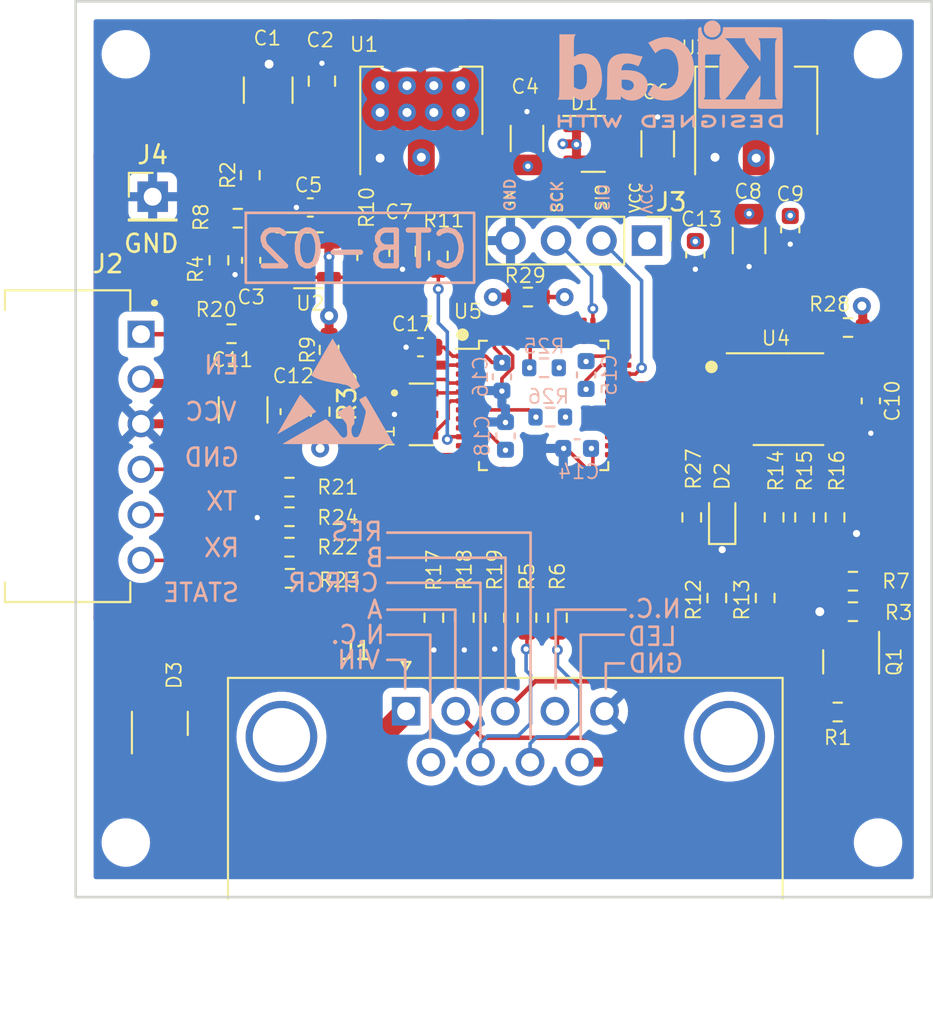
<source format=kicad_pcb>
(kicad_pcb (version 20221018) (generator pcbnew)
  (layers (0 "F.Cu" signal) (1 "In1.Cu" mixed) (2 "In2.Cu" mixed) (31 "B.Cu" signal) (34 "B.Paste" user) (35 "F.Paste" user) (36 "B.SilkS" user "B.Silkscreen") (37 "F.SilkS" user "F.Silkscreen") (38 "B.Mask" user) (39 "F.Mask" user) (44 "Edge.Cuts" user))
  (net 0 "")
  (net 1 "+3.3V")
  (net 2 "GND")
  (net 3 "Net-(U1-PAD)")
  (net 4 "/VIN")
  (net 5 "Net-(C3-Pad2)")
  (net 6 "/SWIO")
  (net 7 "/SWCLK")
  (net 8 "/A")
  (net 9 "/B")
  (net 10 "/AMP")
  (net 11 "Net-(C7-Pad2)")
  (net 12 "/VBAT")
  (net 13 "/USART1_TX")
  (net 14 "/USART1_RX")
  (net 15 "/USART1_CTS")
  (net 16 "/USART1_RTS")
  (net 17 "Net-(U2-V+)")
  (net 18 "Net-(D1-K)")
  (net 19 "Net-(J2-Pin_2)")
  (net 20 "/CHRGR")
  (net 21 "/RES")
  (net 22 "Net-(D2-A)")
  (net 23 "/LED1")
  (net 25 "Net-(J2-Pin_6)")
  (net 26 "Net-(J2-Pin_5)")
  (net 27 "Net-(J2-Pin_4)")
  (net 28 "Net-(J2-Pin_1)")
  (net 29 "/CNF0")
  (net 30 "/CNF1")
  (net 31 "/CNF2")
  (net 32 "Net-(Q1-D)")
  (net 33 "Net-(Q1-G)")
  (net 34 "/CHRG")
  (net 35 "Net-(U2-+)")
  (net 36 "Net-(U2--)")
  (net 37 "/RSVD")
  (net 38 "Net-(U4-A)")
  (net 39 "Net-(U5-BOOT0)")
  (net 40 "/CONN")
  (net 41 "Net-(U5-NRST)")
  (net 43 "/SPK")
  (net 44 "/USART2_RX")
  (net 45 "/USART2_TX")
  (net 60 "Net-(U5-PD1)")
  (net 61 "Net-(U5-PD0)")
  (net 62 "/LED")
  (net 63 "/BT_EN")
  (net 65 "Net-(U4-VCC)")
  (net 66 "Net-(U5-VBAT)")
  (net 67 "Net-(D3-A-Pad1)")
  (net 69 "Net-(U4-B)")
  (footprint "Package_TO_SOT_SMD:SOT-23" (layer "F.Cu") (at 130.7 105.35 90)
    (fp_text reference "D3")
    (fp_text value "BAT54C" hide)
  )
  (footprint "Resistor_SMD:R_0603_1608Metric" (layer "F.Cu") (at 134.7 83.6)
    (fp_text reference "R20")
    (fp_text value "1K" hide)
  )
  (footprint "Resistor_SMD:R_0603_1608Metric" (layer "F.Cu") (at 169.4 97.4125 180)
    (fp_text reference "R7")
    (fp_text value "1K" hide)
  )
  (footprint "Resistor_SMD:R_0603_1608Metric" (layer "F.Cu") (at 139.65 87.95 90)
    (fp_text reference "R30")
    (fp_text value "1R" hide)
  )
  (footprint "MountingHole:MountingHole_2.2mm_M2" (layer "F.Cu") (at 128.8 112)
    (fp_text reference "H3" hide)
    (fp_text value "MountingHole" hide)
  )
  (footprint "Resistor_SMD:R_0603_1608Metric" (layer "F.Cu") (at 164.5 98.35 90)
    (fp_text reference "R13")
    (fp_text value "1R" hide)
  )
  (footprint "MountingHole:MountingHole_2.2mm_M2" (layer "F.Cu") (at 170.8 112)
    (fp_text reference "H4" hide)
    (fp_text value "MountingHole" hide)
  )
  (footprint "Resistor_SMD:R_0603_1608Metric" (layer "F.Cu") (at 168.4 93.85 90)
    (fp_text reference "R16")
    (fp_text value "1K" hide)
  )
  (footprint "Resistor_SMD:R_0603_1608Metric" (layer "F.Cu") (at 135.75 74.75 -90)
    (fp_text reference "R2")
    (fp_text value "39K" hide)
  )
  (footprint "Resistor_SMD:R_0603_1608Metric" (layer "F.Cu") (at 169.125 83.25)
    (fp_text reference "R28")
    (fp_text value "1R" hide)
  )
  (footprint "Resistor_SMD:R_0603_1608Metric" (layer "F.Cu") (at 161.8 98.35 90)
    (fp_text reference "R12")
    (fp_text value "1R" hide)
  )
  (footprint "Resistor_SMD:R_0603_1608Metric" (layer "F.Cu") (at 137.9375 93.8125)
    (fp_text reference "R24")
    (fp_text value "3K3" hide)
  )
  (footprint "Resistor_SMD:R_0603_1608Metric" (layer "F.Cu") (at 135.05 77.15)
    (fp_text reference "R8")
    (fp_text value "1K" hide)
  )
  (footprint "Resistor_SMD:R_0603_1608Metric" (layer "F.Cu") (at 134 79.5 90)
    (fp_text reference "R4")
    (fp_text value "22K" hide)
  )
  (footprint "JST:JST_S6B-XH-A-1" (layer "F.Cu") (at 127.8 87.375 -90)
    (fp_text reference "J2")
    (fp_text value "JST S6B-XH-A-1" hide)
  )
  (footprint "Resistor_SMD:R_0603_1608Metric" (layer "F.Cu") (at 160.4 93.85 90)
    (fp_text reference "R27")
    (fp_text value "10K" hide)
  )
  (footprint "Package_TO_SOT_SMD:SOT-223" (layer "F.Cu") (at 164 70.6 90)
    (fp_text reference "U3")
    (fp_text value "LM1117-3.3" hide)
  )
  (footprint "Resistor_SMD:R_0603_1608Metric" (layer "F.Cu") (at 165 93.85 90)
    (fp_text reference "R14")
    (fp_text value "1K" hide)
  )
  (footprint "Resistor_SMD:R_0603_1608Metric" (layer "F.Cu") (at 146.25 79.25 -90)
    (fp_text reference "R11")
    (fp_text value "1K" hide)
  )
  (footprint "Package_TO_SOT_SMD:SOT-23" (layer "F.Cu") (at 169.3 101.9125 -90)
    (fp_text reference "Q1")
    (fp_text value "FDV305N" hide)
  )
  (footprint "PLT-01:OSC_CSTNE8M00G55Z000R0" (layer "F.Cu") (at 145.3 88.1 -90)
    (fp_text reference "Y1")
    (fp_text value "CSTNE8M00G55Z000R0" hide)
  )
  (footprint "Capacitor_SMD:C_1206_3216Metric" (layer "F.Cu") (at 163.6 78.4 90)
    (fp_text reference "C8")
    (fp_text value "10uF" hide)
  )
  (footprint "Capacitor_SMD:C_0603_1608Metric" (layer "F.Cu") (at 137.95 87.95 90)
    (fp_text reference "C12")
    (fp_text value "100nF" hide)
  )
  (footprint "LED_SMD:LED_0603_1608Metric" (layer "F.Cu") (at 162.1 93.85 90)
    (fp_text reference "D2")
    (fp_text value "RED 0603" hide)
  )
  (footprint "Resistor_SMD:R_0603_1608Metric" (layer "F.Cu") (at 151.25 81.55 180)
    (fp_text reference "R29")
    (fp_text value "1R" hide)
  )
  (footprint "Package_TO_SOT_SMD:SOT-223" (layer "F.Cu") (at 145.3 70.6 90)
    (fp_text reference "U1")
    (fp_text value "LM1117-5.0" hide)
  )
  (footprint "Capacitor_SMD:C_0603_1608Metric" (layer "F.Cu") (at 139.1 76.55 180)
    (fp_text reference "C5")
    (fp_text value "100nF" hide)
  )
  (footprint "Capacitor_SMD:C_0603_1608Metric" (layer "F.Cu") (at 135.8 79.5 90)
    (fp_text reference "C3")
    (fp_text value "100nF" hide)
  )
  (footprint "Connector_PinHeader_2.54mm:PinHeader_1x01_P2.54mm_Vertical" (layer "F.Cu") (at 130.3 75.95)
    (fp_text reference "J4")
    (fp_text value "Conn_01x01_Pin" hide)
  )
  (footprint "Resistor_SMD:R_0603_1608Metric" (layer "F.Cu") (at 142.25 79.25 90)
    (fp_text reference "R10")
    (fp_text value "10K" hide)
  )
  (footprint "Resistor_SMD:R_0603_1608Metric" (layer "F.Cu") (at 140.15 84.5 -90)
    (fp_text reference "R9")
    (fp_text value "1R" hide)
  )
  (footprint "Connector_PinHeader_2.54mm:PinHeader_1x04_P2.54mm_Vertical" (layer "F.Cu") (at 157.9 78.4 -90)
    (fp_text reference "J3")
    (fp_text value "Conn_01x04_Male" hide)
  )
  (footprint "Resistor_SMD:R_0603_1608Metric" (layer "F.Cu") (at 137.9375 92.1625)
    (fp_text reference "R21")
    (fp_text value "2K2" hide)
  )
  (footprint "Resistor_SMD:R_0603_1608Metric" (layer "F.Cu") (at 147.7 99.45 90)
    (fp_text reference "R18")
    (fp_text value "1K" hide)
  )
  (footprint "MountingHole:MountingHole_2.2mm_M2" (layer "F.Cu") (at 170.8 68)
    (fp_text reference "H2" hide)
    (fp_text value "MountingHole" hide)
  )
  (footprint "Resistor_SMD:R_0603_1608Metric" (layer "F.Cu") (at 149.4 99.45 90)
    (fp_text reference "R19")
    (fp_text value "1K" hide)
  )
  (footprint "Resistor_SMD:R_0603_1608Metric" (layer "F.Cu") (at 151.2 99.45 90)
    (fp_text reference "R5")
    (fp_text value "1K" hide)
  )
  (footprint "Resistor_SMD:R_0603_1608Metric" (layer "F.Cu") (at 137.9625 97.25)
    (fp_text reference "R23")
    (fp_text value "2K2" hide)
  )
  (footprint "Resistor_SMD:R_0603_1608Metric" (layer "F.Cu") (at 169.4 99.1125)
    (fp_text reference "R3")
    (fp_text value "10K" hide)
  )
  (footprint "Package_TO_SOT_SMD:SOT-23-5" (layer "F.Cu") (at 139 79.5)
    (fp_text reference "U2")
    (fp_text value "LM321" hide)
  )
  (footprint "Capacitor_SMD:C_1210_3225Metric" (layer "F.Cu") (at 135.35 87.85 90)
    (fp_text reference "C11")
    (fp_text value "100uF" hide)
  )
  (footprint "Resistor_SMD:R_0603_1608Metric" (layer "F.Cu") (at 137.9375 95.5125)
    (fp_text reference "R22")
    (fp_text value "10R" hide)
  )
  (footprint "Capacitor_SMD:C_0805_2012Metric" (layer "F.Cu") (at 144.25 79 90)
    (fp_text reference "C7")
    (fp_text value "1uF" hide)
  )
  (footprint "Package_TO_SOT_SMD:SOT-23" (layer "F.Cu") (at 154.9 73)
    (fp_text reference "D1")
    (fp_text value "BAT54C" hide)
  )
  (footprint "Connector_Dsub:DSUB-9_Male_Horizontal_P2.77x2.84mm_EdgePinOffset7.70mm_Housed_MountingHolesOffset9.12mm" (layer "F.Cu") (at 144.45 104.669669)
    (fp_text reference "J1")
    (fp_text value "DB9_Male" hide)
  )
  (footprint "Capacitor_SMD:C_0603_1608Metric" (layer "F.Cu") (at 145.25 84.35 180)
    (fp_text reference "C17")
    (fp_text value "100nF" hide)
  )
  (footprint "Resistor_SMD:R_0603_1608Metric" (layer "F.Cu") (at 166.7 93.85 -90)
    (fp_text reference "R15")
    (fp_text value "120R" hide)
  )
  (footprint "Capacitor_SMD:C_0603_1608Metric" (layer "F.Cu") (at 170.4 87.35 -90)
    (fp_text reference "C10")
    (fp_text value "100nF" hide)
  )
  (footprint "Capacitor_SMD:C_0805_2012Metric" (layer "F.Cu") (at 139.75 69.5 -90)
    (fp_text reference "C2")
    (fp_text value "1uF" hide)
  )
  (footprint "Package_SO:SOIC-8_3.9x4.9mm_P1.27mm" (layer "F.Cu") (at 165.8 87.25)
    (fp_text reference "U4")
    (fp_text value "MAX485ESA" hide)
  )
  (footprint "Resistor_SMD:R_0603_1608Metric" (layer "F.Cu") (at 168.55 104.7125 180)
    (fp_text reference "R1")
    (fp_text value "1K" hide)
  )
  (footprint "Capacitor_SMD:C_0603_1608Metric" (layer "F.Cu") (at 160.6 79.2 -90)
    (fp_text reference "C13")
    (fp_text value "100nF" hide)
  )
  (footprint "Capacitor_SMD:C_1206_3216Metric" (layer "F.Cu") (at 158.5 73 -90)
    (fp_text reference "C6")
    (fp_text value "10uF" hide)
  )
  (footprint "Capacitor_SMD:C_0603_1608Metric" (layer "F.Cu") (at 165.9 77.8 90)
    (fp_text reference "C9")
    (fp_text value "100nF" hide)
  )
  (footprint "Package_QFP:LQFP-48_7x7mm_P0.5mm" (layer "F.Cu") (at 152.13 87.6)
    (fp_text reference "U5")
    (fp_text value "STM32F103C6T6" hide)
  )
  (footprint "Capacitor_SMD:C_1206_3216Metric" (layer "F.Cu") (at 151.2 72.7 -90)
    (fp_text reference "C4")
    (fp_text value "10uF" hide)
  )
  (footprint "Capacitor_SMD:C_1210_3225Metric" (layer "F.Cu") (at 136.75 70 -90)
    (fp_text reference "C1")
    (fp_text value "100uF" hide)
  )
  (footprint "MountingHole:MountingHole_2.2mm_M2" (layer "F.Cu") (at 128.8 68)
    (fp_text reference "H1" hide)
    (fp_text value "MountingHole" hide)
  )
  (footprint "Resistor_SMD:R_0603_1608Metric" (layer "F.Cu") (at 152.9 99.45 90)
    (fp_text reference "R6")
    (fp_text value "1K" hide)
  )
  (footprint "Resistor_SMD:R_0603_1608Metric" (layer "F.Cu") (at 146 99.45 -90)
    (fp_text reference "R17")
    (fp_text value "1K" hide)
  )
  (footprint "Capacitor_SMD:C_0603_1608Metric" (layer "B.Cu") (at 154.5 85.9 -90)
    (fp_text reference "C15")
    (fp_text value "100nF" hide)
  )
  (footprint "Capacitor_SMD:C_0603_1608Metric" (layer "B.Cu") (at 154 90 180)
    (fp_text reference "C14")
    (fp_text value "100nF" hide)
  )
  (footprint "Symbol:ESD-Logo_6.6x6mm_SilkScreen" (layer "B.Cu") (at 140.5 86.8 180)
    (fp_text reference "SYM1" hide)
    (fp_text value "SYM_ESD_Small" hide)
  )
  (footprint "Resistor_SMD:R_0603_1608Metric" (layer "B.Cu") (at 152.5 88.25)
    (fp_text reference "R26")
    (fp_text value "10K" hide)
  )
  (footprint "Capacitor_SMD:C_0603_1608Metric" (layer "B.Cu") (at 149.8 86 -90)
    (fp_text reference "C16")
    (fp_text value "100nF" hide)
  )
  (footprint "Resistor_SMD:R_0603_1608Metric" (layer "B.Cu") (at 152.15 85.5 180)
    (fp_text reference "R25")
    (fp_text value "1K" hide)
  )
  (footprint "Symbol:KiCad-Logo2_5mm_SilkScreen" (layer "B.Cu") (at 159.2 69.1 180)
    (fp_text reference "LOGO1" hide)
    (fp_text value "Logo_Open_Hardware_Small" hide)
  )
  (footprint "Capacitor_SMD:C_0603_1608Metric" (layer "B.Cu") (at 150 89.3 90)
    (fp_text reference "C18")
    (fp_text value "100nF" hide)
  )
  (gr_line (start 145.8 100.4) (end 143.4 100.4) (stroke (width 0.15)) (layer "B.SilkS"))
  (gr_line (start 150 103.4) (end 150 96.1) (stroke (width 0.15)) (layer "B.SilkS"))
  (gr_line (start 147.2 99) (end 143.4 99) (stroke (width 0.15)) (layer "B.SilkS"))
  (gr_rect (start 135.5 76.85) (end 148.25 80.75) (stroke (width 0.15)) (fill none) (layer "B.SilkS"))
  (gr_line (start 154.2 106.2) (end 154.2 100.4) (stroke (width 0.15)) (layer "B.SilkS"))
  (gr_line (start 150 96.1) (end 143.4 96.1) (stroke (width 0.15)) (layer "B.SilkS"))
  (gr_line (start 151.4 94.7) (end 143.4 94.7) (stroke (width 0.15)) (layer "B.SilkS"))
  (gr_line (start 152.8 103.4) (end 152.8 99) (stroke (width 0.15)) (layer "B.SilkS"))
  (gr_line (start 148.6 97.5) (end 143.4 97.5) (stroke (width 0.15)) (layer "B.SilkS"))
  (gr_line (start 156.7 99) (end 152.9 99) (stroke (width 0.15)) (layer "B.SilkS"))
  (gr_line (start 147.2 103.4) (end 147.2 99) (stroke (width 0.15)) (layer "B.SilkS"))
  (gr_line (start 151.4 106.2) (end 151.4 94.7) (stroke (width 0.15)) (layer "B.SilkS"))
  (gr_line (start 144.4 103.4) (end 144.4 101.8) (stroke (width 0.15)) (layer "B.SilkS"))
  (gr_line (start 156.6 102) (end 155.6 102) (stroke (width 0.15)) (layer "B.SilkS"))
  (gr_line (start 155.6 103.4) (end 155.6 102) (stroke (width 0.15)) (layer "B.SilkS"))
  (gr_line (start 156.6 100.4) (end 154.2 100.4) (stroke (width 0.15)) (layer "B.SilkS"))
  (gr_line (start 144.4 101.8) (end 143.4 101.8) (stroke (width 0.15)) (layer "B.SilkS"))
  (gr_line (start 145.8 106.2) (end 145.8 100.4) (stroke (width 0.15)) (layer "B.SilkS"))
  (gr_line (start 148.6 106.2) (end 148.6 97.5) (stroke (width 0.15)) (layer "B.SilkS"))
  (gr_circle (center 161.5 85.45) (end 161.8 85.45) (stroke (width 0.1)) (fill solid) (layer "F.SilkS"))
  (gr_circle (center 147.6 83.65) (end 147.9 83.65) (stroke (width 0.1)) (fill solid) (layer "F.SilkS"))
  (gr_rect (start 126 65.045) (end 173.8 115.045) (stroke (width 0.15)) (fill none) (layer "Edge.Cuts"))
  (gr_text "EN" (at 134.15 85.35) (layer "B.SilkS") (effects (font (size 1 1)) (justify mirror)))
  (gr_text "GND" (at 158.4 102) (layer "B.SilkS") (effects (font (size 1 1)) (justify mirror)))
  (gr_text "N.C." (at 158.3 98.95) (layer "B.SilkS") (effects (font (size 1 1)) (justify mirror)))
  (gr_text "STATE" (at 133 98.05) (layer "B.SilkS") (effects (font (size 1 1)) (justify mirror)))
  (gr_text "SCK" (at 152.8 75.95 -90) (layer "B.SilkS") (effects (font (size 0.6 0.6) (thickness 0.1)) (justify mirror)))
  (gr_text "RES" (at 141.7 94.65) (layer "B.SilkS") (effects (font (size 1 1)) (justify mirror)))
  (gr_text "VCC" (at 133.55 87.95) (layer "B.SilkS") (effects (font (size 1 1)) (justify mirror)))
  (gr_text "RX" (at 134.15 95.55) (layer "B.SilkS") (effects (font (size 1 1)) (justify mirror)))
  (gr_text "SIO" (at 155.45 76 -90) (layer "B.SilkS") (effects (font (size 0.6 0.6) (thickness 0.1)) (justify mirror)))
  (gr_text "TX" (at 134.15 92.95) (layer "B.SilkS") (effects (font (size 1 1)) (justify mirror)))
  (gr_text "VIN" (at 141.8 101.8) (layer "B.SilkS") (effects (font (size 1 1)) (justify mirror)))
  (gr_text "CHRGR" (at 140.4 97.5) (layer "B.SilkS") (effects (font (size 1 1)) (justify mirror)))
  (gr_text "VCC" (at 157.85 76.05 -90) (layer "B.SilkS") (effects (font (size 0.6 0.6) (thickness 0.1)) (justify mirror)))
  (gr_text "GND" (at 133.6 90.5) (layer "B.SilkS") (effects (font (size 1 1)) (justify mirror)))
  (gr_text "N.C." (at 141.75 100.4) (layer "B.SilkS") (effects (font (size 1 1)) (justify mirror)))
  (gr_text "LED" (at 158.2 100.5) (layer "B.SilkS") (effects (font (size 1 1)) (justify mirror)))
  (gr_text "A\n" (at 142.7 99) (layer "B.SilkS") (effects (font (size 1 1)) (justify mirror)))
  (gr_text "GND" (at 150.2 75.85 -90) (layer "B.SilkS") (effects (font (size 0.6 0.6) (thickness 0.1)) (justify mirror)))
  (gr_text "B" (at 142.7 96.1) (layer "B.SilkS") (effects (font (size 1 1)) (justify mirror)))
  (gr_text "CTB-02" (at 142 78.9) (layer "B.SilkS") (effects (font (size 2 2) (thickness 0.3)) (justify mirror)))
  (gr_text "VCC" (at 157.25 76 90) (layer "F.SilkS") (effects (font (size 0.6 0.6) (thickness 0.1))))
  (gr_text "SIO" (at 155.35 76 90) (layer "F.SilkS") (effects (font (size 0.6 0.6) (thickness 0.1))))
  (gr_text "GND" (at 150.25 75.85 90) (layer "F.SilkS") (effects (font (size 0.6 0.6) (thickness 0.1))))
  (gr_text "GND" (at 128.6 79.15) (layer "F.SilkS") (effects (font (size 1 1)) (justify left bottom)))
  (gr_text "SCK" (at 152.9 75.95 90) (layer "F.SilkS") (effects (font (size 0.6 0.6) (thickness 0.1))))
  (segment (start 139.65 88.775) (end 139.65 90.0005) (width 0.5) (layer "F.Cu") (net 1))
  (segment (start 152.15 81.55) (end 153.3 81.55) (width 0.25) (layer "F.Cu") (net 1))
  (segment (start 169.95 82.1) (end 169.9 82.05) (width 0.5) (layer "F.Cu") (net 1))
  (segment (start 169.95 83.25) (end 169.95 82.1) (width 0.5) (layer "F.Cu") (net 1))
  (via (at 163.6 76.9) (size 0.6) (drill 0.3) (layers "F.Cu" "B.Cu") (net 1))
  (via (at 169.9 82.05) (size 1) (drill 0.5) (layers "F.Cu" "B.Cu") (net 1))
  (via (at 164 73.8) (size 1) (drill 0.5) (layers "F.Cu" "B.Cu") (net 1))
  (via (at 160.6 78.45) (size 0.6) (drill 0.3) (layers "F.Cu" "B.Cu") (net 1))
  (via (at 153.3 81.55) (size 1) (drill 0.5) (layers "F.Cu" "B.Cu") (net 1))
  (via (at 165.9 77) (size 0.6) (drill 0.3) (layers "F.Cu" "B.Cu") (net 1))
  (via (at 139.65 90.0005) (size 1) (drill 0.5) (layers "F.Cu" "B.Cu") (net 1))
  (segment (start 168.275 89.155) (end 170.4 89.15) (width 0.5) (layer "F.Cu") (net 2))
  (segment (start 168.575 99.1125) (end 167.55 99.1125) (width 0.5) (layer "F.Cu") (net 2))
  (segment (start 169.525 94.675) (end 169.6 94.75) (width 0.25) (layer "F.Cu") (net 2))
  (segment (start 137.35 89.325) (end 137.95 88.725) (width 0.5) (layer "F.Cu") (net 2))
  (segment (start 137.1125 93.8125) (end 136.1875 93.8125) (width 0.2) (layer "F.Cu") (net 2))
  (segment (start 149.4 100.325) (end 149.4 101.2) (width 0.2) (layer "F.Cu") (net 2))
  (segment (start 153.4 90) (end 153.25 90) (width 0.2) (layer "F.Cu") (net 2))
  (segment (start 139.05 79) (end 139.05 78.1) (width 0.2) (layer "F.Cu") (net 2))
  (segment (start 135.35 89.325) (end 137.35 89.325) (width 0.5) (layer "F.Cu") (net 2))
  (segment (start 168.4 94.675) (end 169.525 94.675) (width 0.25) (layer "F.Cu") (net 2))
  (segment (start 155.35 85.35) (end 154.5 86.2) (width 0.2) (layer "F.Cu") (net 2))
  (segment (start 168.35 100.975) (end 168.35 100.0125) (width 0.5) (layer "F.Cu") (net 2))
  (segment (start 134.925 80.275) (end 134.9 80.3) (width 0.5) (layer "F.Cu") (net 2))
  (segment (start 149.88 84.314994) (end 150.399511 84.834505) (width 0.2) (layer "F.Cu") (net 2))
  (segment (start 147.7 100.35) (end 147.7 101.25) (width 0.2) (layer "F.Cu") (net 2))
  (segment (start 132.425 88.625) (end 129.65 88.625) (width 0.5) (layer "F.Cu") (net 2))
  (segment (start 149.4 100.3125) (end 149.4 100.325) (width 0.2) (layer "F.Cu") (net 2))
  (segment (start 156.2925 85.35) (end 155.35 85.35) (width 0.2) (layer "F.Cu") (net 2))
  (segment (start 150.399511 85.500489) (end 149.8 86.1) (width 0.2) (layer "F.Cu") (net 2))
  (segment (start 149.88 83.4375) (end 149.88 84.314994) (width 0.2) (layer "F.Cu") (net 2))
  (segment (start 168.6 99.7625) (end 168.6 99.1375) (width 0.5) (layer "F.Cu") (net 2))
  (segment (start 137.8625 79.5) (end 138.55 79.5) (width 0.2) (layer "F.Cu") (net 2))
  (segment (start 136.1875 93.8125) (end 136.1375 93.8625) (width 0.2) (layer "F.Cu") (net 2))
  (segment (start 136.375 80.275) (end 135.8 80.275) (width 0.5) (layer "F.Cu") (net 2))
  (segment (start 137.8625 79.5) (end 137.15 79.5) (width 0.5) (layer "F.Cu") (net 2))
  (segment (start 134 80.325) (end 134.875 80.325) (width 0.5) (layer "F.Cu") (net 2))
  (segment (start 154.38 90.98) (end 153.4 90) (width 0.2) (layer "F.Cu") (net 2))
  (segment (start 139.05 78.1) (end 138.325 77.375) (width 0.2) (layer "F.Cu") (net 2))
  (segment (start 138.325 77.375) (end 138.325 76.55) (width 0.2) (layer "F.Cu") (net 2))
  (segment (start 168.6 99.1375) (end 168.575 99.1125) (width 0.5) (layer "F.Cu") (net 2))
  (segment (start 134.875 80.325) (end 134.9 80.3) (width 0.5) (layer "F.Cu") (net 2))
  (segment (start 149.2 88.5) (end 150 88.5) (width 0.2) (layer "F.Cu") (net 2))
  (segment (start 162.1 94.6375) (end 162.1 95.65) (width 0.25) (layer "F.Cu") (net 2))
  (segment (start 149.05 88.35) (end 149.2 88.5) (width 0.2) (layer "F.Cu") (net 2))
  (segment (start 145.3 88.1) (end 143.8 88.1) (width 0.2) (layer "F.Cu") (net 2))
  (segment (start 150.399511 84.834505) (end 150.399511 85.500489) (width 0.2) (layer "F.Cu") (net 2))
  (segment (start 146 100.275) (end 146 101.25) (width 0.2) (layer "F.Cu") (net 2))
  (segment (start 168.35 100.0125) (end 168.6 99.7625) (width 0.5) (layer "F.Cu") (net 2))
  (segment (start 137.15 79.5) (end 136.375 80.275) (width 0.5) (layer "F.Cu") (net 2))
  (segment (start 138.55 79.5) (end 139.05 79) (width 0.2) (layer "F.Cu") (net 2))
  (segment (start 149.8 86.1) (end 149.8 86.8) (width 0.2) (layer "F.Cu") (net 2))
  (segment (start 154.38 91.7625) (end 154.38 90.98) (width 0.2) (layer "F.Cu") (net 2))
  (segment (start 170.4 89.15) (end 170.4 88.125) (width 0.5) (layer "F.Cu") (net 2))
  (segment (start 135.8 80.275) (end 134.925 80.275) (width 0.5) (layer "F.Cu") (net 2))
  (segment (start 154.5 86.2) (end 154.5 86.675) (width 0.2) (layer "F.Cu") (net 2))
  (segment (start 147.9675 88.35) (end 149.05 88.35) (width 0.2) (layer "F.Cu") (net 2))
  (segment (start 133.125 89.325) (end 132.425 88.625) (width 0.5) (layer "F.Cu") (net 2))
  (segment (start 135.35 89.325) (end 133.125 89.325) (width 0.5) (layer "F.Cu") (net 2))
  (via (at 170.4 89.15) (size 0.6) (drill 0.3) (layers "F.Cu" "B.Cu") (net 2))
  (via (at 143 73.8) (size 1) (drill 0.5) (layers "F.Cu" "B.Cu") (net 2))
  (via (at 163.6 79.85) (size 0.6) (drill 0.3) (layers "F.Cu" "B.Cu") (net 2))
  (via (at 139.75 68.5) (size 0.6) (drill 0.3) (layers "F.Cu" "B.Cu") (net 2))
  (via (at 149.8 86.8) (size 0.6) (drill 0.3) (layers "F.Cu" "B.Cu") (net 2))
  (via (at 154.5 86.7) (size 0.6) (drill 0.3) (layers "F.Cu" "B.Cu") (net 2))
  (via (at 162.1 95.65) (size 0.8) (drill 0.4) (layers "F.Cu" "B.Cu") (net 2))
  (via (at 153 85.5) (size 0.6) (drill 0.3) (layers "F.Cu" "B.Cu") (net 2))
  (via (at 136.8 68.55) (size 1) (drill 0.5) (layers "F.Cu" "B.Cu") (net 2))
  (via (at 161.7 73.75) (size 1) (drill 0.5) (layers "F.Cu" "B.Cu") (net 2))
  (via (at 151.2 71.2) (size 0.6) (drill 0.3) (layers "F.Cu" "B.Cu") (net 2))
  (via (at 147.7 101.25) (size 0.6) (drill 0.3) (layers "F.Cu" "B.Cu") (net 2))
  (via (at 158.5 71.5) (size 0.6) (drill 0.3) (layers "F.Cu" "B.Cu") (net 2))
  (via (at 146 101.25) (size 0.6) (drill 0.3) (layers "F.Cu" "B.Cu") (net 2))
  (via (at 160.6 80) (size 0.6) (drill 0.3) (layers "F.Cu" "B.Cu") (net 2))
  (via (at 149.4 101.2) (size 0.6) (drill 0.3) (layers "F.Cu" "B.Cu") (net 2))
  (via (at 143.8 88.1) (size 0.6) (drill 0.3) (layers "F.Cu" "B.Cu") (net 2))
  (via (at 169.6 94.75) (size 0.8) (drill 0.4) (layers "F.Cu" "B.Cu") (net 2))
  (via (at 167.55 99.1125) (size 1) (drill 0.5) (layers "F.Cu" "B.Cu") (net 2))
  (via (at 134.9 80.3) (size 0.6) (drill 0.3) (layers "F.Cu" "B.Cu") (net 2))
  (via (at 165.9 78.6) (size 0.6) (drill 0.3) (layers "F.Cu" "B.Cu") (net 2))
  (via (at 150 88.55) (size 0.6) (drill 0.3) (layers "F.Cu" "B.Cu") (net 2))
  (via (at 144.45 84.35) (size 0.6) (drill 0.3) (layers "F.Cu" "B.Cu") (net 2))
  (via (at 136.1375 93.8625) (size 0.6) (drill 0.3) (layers "F.Cu" "B.Cu") (net 2))
  (via (at 138.325 76.55) (size 0.6) (drill 0.3) (layers "F.Cu" "B.Cu") (net 2))
  (via (at 153.25 90) (size 0.6) (drill 0.3) (layers "F.Cu" "B.Cu") (net 2))
  (via (at 144.25 80) (size 0.6) (drill 0.3) (layers "F.Cu" "B.Cu") (net 2))
  (segment (start 153.9625 72.05) (end 153.9625 73.0375) (width 0.5) (layer "F.Cu") (net 3))
  (segment (start 153.2 73) (end 153.925 73) (width 0.5) (layer "F.Cu") (net 3))
  (segment (start 153.925 73) (end 153.9625 73.0375) (width 0.5) (layer "F.Cu") (net 3))
  (segment (start 153.9625 73.0375) (end 153.9625 73.95) (width 0.5) (layer "F.Cu") (net 3))
  (via (at 147.5 71.25) (size 1) (drill 0.5) (layers "F.Cu" "B.Cu") (net 3))
  (via (at 153.9625 73.0375) (size 0.6) (drill 0.3) (layers "F.Cu" "B.Cu") (net 3))
  (via (at 145.3 73.75) (size 1) (drill 0.5) (layers "F.Cu" "B.Cu") (net 3))
  (via (at 146 71.25) (size 1) (drill 0.5) (layers "F.Cu" "B.Cu") (net 3))
  (via (at 143 69.75) (size 1) (drill 0.5) (layers "F.Cu" "B.Cu") (net 3))
  (via (at 151.25 74.25) (size 0.6) (drill 0.3) (layers "F.Cu" "B.Cu") (net 3))
  (via (at 147.5 69.75) (size 1) (drill 0.5) (layers "F.Cu" "B.Cu") (net 3))
  (via (at 146 69.75) (size 1) (drill 0.5) (layers "F.Cu" "B.Cu") (net 3))
  (via (at 153.2 73) (size 0.6) (drill 0.3) (layers "F.Cu" "B.Cu") (net 3))
  (via (at 144.5 71.25) (size 1) (drill 0.5) (layers "F.Cu" "B.Cu") (net 3))
  (via (at 143 71.25) (size 1) (drill 0.5) (layers "F.Cu" "B.Cu") (net 3))
  (via (at 144.5 69.75) (size 1) (drill 0.5) (layers "F.Cu" "B.Cu") (net 3))
  (segment (start 139.775 71.475) (end 139.775 74.175) (width 0.5) (layer "F.Cu") (net 4))
  (segment (start 136.75 72.25) (end 136.75 71.475) (width 0.2) (layer "F.Cu") (net 4))
  (segment (start 134.25 71.5) (end 136.725 71.5) (width 0.5) (layer "F.Cu") (net 4))
  (segment (start 128.7 100.55) (end 127.635 99.485) (width 1.27) (layer "F.Cu") (net 4))
  (segment (start 127.635 73.665) (end 129.8 71.5) (width 1.27) (layer "F.Cu") (net 4))
  (segment (start 139.75 71.45) (end 139.775 71.475) (width 0.5) (layer "F.Cu") (net 4))
  (segment (start 127.635 99.485) (end 127.635 73.665) (width 1.27) (layer "F.Cu") (net 4))
  (segment (start 136.725 71.5) (end 136.75 71.475) (width 0.5) (layer "F.Cu") (net 4))
  (segment (start 130.7 102.75) (end 130.7 101.15) (width 1.27) (layer "F.Cu") (net 4))
  (segment (start 130.1 100.55) (end 128.7 100.55) (width 1.27) (layer "F.Cu") (net 4))
  (segment (start 136.75 71.475) (end 139.775 71.475) (width 0.5) (layer "F.Cu") (net 4))
  (segment (start 130.7 101.15) (end 130.1 100.55) (width 1.27) (layer "F.Cu") (net 4))
  (segment (start 139.75 70.45) (end 139.75 71.45) (width 0.5) (layer "F.Cu") (net 4))
  (segment (start 129.8 71.5) (end 134.25 71.5) (width 1.27) (layer "F.Cu") (net 4))
  (segment (start 147.2 75.5) (end 147.6 75.1) (width 0.5) (layer "F.Cu") (net 4))
  (segment (start 135.75 73.25) (end 136.75 72.25) (width 0.2) (layer "F.Cu") (net 4))
  (segment (start 147.6 75.1) (end 147.6 73.75) (width 0.5) (layer "F.Cu") (net 4))
  (segment (start 130.7 102.75) (end 130.7 104.4125) (width 0.5) (layer "F.Cu") (net 4))
  (segment (start 139.775 74.175) (end 141.1 75.5) (width 0.5) (layer "F.Cu") (net 4))
  (segment (start 141.1 75.5) (end 147.2 75.5) (width 0.5) (layer "F.Cu") (net 4))
  (segment (start 135.75 73.925) (end 135.75 73.25) (width 0.2) (layer "F.Cu") (net 4))
  (segment (start 134.05 78.725) (end 134 78.675) (width 0.2) (layer "F.Cu") (net 5))
  (segment (start 134.225 77.15) (end 134.225 78.45) (width 0.2) (layer "F.Cu") (net 5))
  (segment (start 134.225 78.45) (end 134 78.675) (width 0.2) (layer "F.Cu") (net 5))
  (segment (start 135.75 75.575) (end 135.675 75.5) (width 0.2) (layer "F.Cu") (net 5))
  (segment (start 135.8 78.725) (end 134.05 78.725) (width 0.2) (layer "F.Cu") (net 5))
  (segment (start 134.225 76.025) (end 134.225 77.15) (width 0.2) (layer "F.Cu") (net 5))
  (segment (start 134.75 75.5) (end 134.225 76.025) (width 0.2) (layer "F.Cu") (net 5))
  (segment (start 135.675 75.5) (end 134.75 75.5) (width 0.2) (layer "F.Cu") (net 5))
  (segment (start 156.2925 85.85) (end 157.25 85.85) (width 0.2) (layer "F.Cu") (net 6))
  (segment (start 157.25 85.85) (end 157.6 85.5) (width 0.2) (layer "F.Cu") (net 6))
  (via (at 157.6 85.5) (size 0.6) (drill 0.3) (layers "F.Cu" "B.Cu") (net 6))
  (segment (start 157.6 85.5) (end 157.6 80.64) (width 0.2) (layer "B.Cu") (net 6))
  (segment (start 157.6 80.64) (end 155.36 78.4) (width 0.2) (layer "B.Cu") (net 6))
  (segment (start 154.88 83.4375) (end 154.88 82.2) (width 0.2) (layer "F.Cu") (net 7))
  (via (at 154.88 82.2) (size 0.6) (drill 0.3) (layers "F.Cu" "B.Cu") (net 7))
  (segment (start 154.88 82.2) (end 154.8 82.12) (width 0.2) (layer "B.Cu") (net 7))
  (segment (start 154.8 82.12) (end 154.8 80.38) (width 0.2) (layer "B.Cu") (net 7))
  (segment (start 154.8 80.38) (end 152.82 78.4) (width 0.2) (layer "B.Cu") (net 7))
  (segment (start 163.95 101.1) (end 164.5 100.55) (width 0.25) (layer "F.Cu") (net 8))
  (segment (start 164.5 100.55) (end 164.5 99.175) (width 0.25) (layer "F.Cu") (net 8))
  (segment (start 148.700331 106.15) (end 156.3 106.15) (width 0.25) (layer "F.Cu") (net 8))
  (segment (start 147.22 104.669669) (end 148.700331 106.15) (width 0.25) (layer "F.Cu") (net 8))
  (segment (start 158.7 103.75) (end 159.95 103.75) (width 0.25) (layer "F.Cu") (net 8))
  (segment (start 156.3 106.15) (end 158.7 103.75) (width 0.25) (layer "F.Cu") (net 8))
  (segment (start 162.6 101.1) (end 163.95 101.1) (width 0.25) (layer "F.Cu") (net 8))
  (segment (start 159.95 103.75) (end 162.6 101.1) (width 0.25) (layer "F.Cu") (net 8))
  (segment (start 151.659669 103) (end 159.95 103) (width 0.25) (layer "F.Cu") (net 9))
  (segment (start 149.99 104.669669) (end 151.659669 103) (width 0.25) (layer "F.Cu") (net 9))
  (segment (start 159.95 103) (end 161.8 101.15) (width 0.25) (layer "F.Cu") (net 9))
  (segment (start 161.8 101.15) (end 161.8 99.175) (width 0.25) (layer "F.Cu") (net 9))
  (segment (start 140.175 85.35) (end 140.15 85.325) (width 0.5) (layer "F.Cu") (net 10))
  (segment (start 147.9675 85.35) (end 146.6 85.35) (width 0.2) (layer "F.Cu") (net 10))
  (segment (start 146.6 85.35) (end 140.175 85.35) (width 0.5) (layer "F.Cu") (net 10))
  (segment (start 145.2 78.05) (end 144.25 78.05) (width 0.2) (layer "F.Cu") (net 11))
  (segment (start 142.25 78.425) (end 143.025 78.425) (width 0.2) (layer "F.Cu") (net 11))
  (segment (start 146.25 78.425) (end 145.575 78.425) (width 0.2) (layer "F.Cu") (net 11))
  (segment (start 143.025 78.425) (end 143.4 78.05) (width 0.2) (layer "F.Cu") (net 11))
  (segment (start 143.4 78.05) (end 144.25 78.05) (width 0.2) (layer "F.Cu") (net 11))
  (segment (start 145.575 78.425) (end 145.2 78.05) (width 0.2) (layer "F.Cu") (net 11))
  (segment (start 147.9675 89.35) (end 146.898413 89.35) (width 0.2) (layer "F.Cu") (net 12))
  (segment (start 146.25 80.075) (end 146.25 81.1) (width 0.2) (layer "F.Cu") (net 12))
  (segment (start 146.898413 89.35) (end 146.749502 89.498911) (width 0.2) (layer "F.Cu") (net 12))
  (via (at 146.749502 89.498911) (size 0.6) (drill 0.3) (layers "F.Cu" "B.Cu") (net 12))
  (via (at 146.25 81.1) (size 0.6) (drill 0.3) (layers "F.Cu" "B.Cu") (net 12))
  (segment (start 146.749502 83.499502) (end 146.749502 89.498911) (width 0.2) (layer "B.Cu") (net 12))
  (segment (start 146.25 81.1) (end 146.25 83) (width 0.2) (layer "B.Cu") (net 12))
  (segment (start 146.25 83) (end 146.749502 83.499502) (width 0.2) (layer "B.Cu") (net 12))
  (segment (start 156.2925 87.85) (end 158.3 87.85) (width 0.2) (layer "F.Cu") (net 13))
  (segment (start 159.605 89.155) (end 163.325 89.155) (width 0.2) (layer "F.Cu") (net 13))
  (segment (start 158.3 87.85) (end 159.605 89.155) (width 0.2) (layer "F.Cu") (net 13))
  (segment (start 156.2925 87.35) (end 159.731372 87.35) (width 0.2) (layer "F.Cu") (net 14))
  (segment (start 159.731372 87.35) (end 161.731372 85.35) (width 0.2) (layer "F.Cu") (net 14))
  (segment (start 161.731372 85.35) (end 163.325 85.345) (width 0.2) (layer "F.Cu") (net 14))
  (segment (start 159.665686 86.85) (end 162.065686 84.45) (width 0.2) (layer "F.Cu") (net 15))
  (segment (start 164.8 86.40048) (end 164.55048 86.65) (width 0.2) (layer "F.Cu") (net 15))
  (segment (start 164.4 84.45) (end 164.8 84.85) (width 0.2) (layer "F.Cu") (net 15))
  (segment (start 164.55048 86.65) (end 163.36 86.65) (width 0.2) (layer "F.Cu") (net 15))
  (segment (start 164.8 84.85) (end 164.8 86.40048) (width 0.2) (layer "F.Cu") (net 15))
  (segment (start 156.2925 86.85) (end 159.665686 86.85) (width 0.2) (layer "F.Cu") (net 15))
  (segment (start 163.36 86.65) (end 163.325 86.615) (width 0.2) (layer "F.Cu") (net 15))
  (segment (start 162.065686 84.45) (end 164.4 84.45) (width 0.2) (layer "F.Cu") (net 15))
  (segment (start 161.9 84.05) (end 164.70024 84.05) (width 0.2) (layer "F.Cu") (net 16))
  (segment (start 165.2 87.25) (end 164.565 87.885) (width 0.2) (layer "F.Cu") (net 16))
  (segment (start 156.2925 86.35) (end 159.6 86.35) (width 0.2) (layer "F.Cu") (net 16))
  (segment (start 164.70024 84.05) (end 165.2 84.54976) (width 0.2) (layer "F.Cu") (net 16))
  (segment (start 164.565 87.885) (end 163.325 87.885) (width 0.2) (layer "F.Cu") (net 16))
  (segment (start 159.6 86.35) (end 161.9 84.05) (width 0.2) (layer "F.Cu") (net 16))
  (segment (start 165.2 84.54976) (end 165.2 87.25) (width 0.2) (layer "F.Cu") (net 16))
  (segment (start 140.1375 76.8125) (end 139.875 76.55) (width 0.5) (layer "F.Cu") (net 17))
  (segment (start 140.1375 79.2875) (end 140.15 79.3) (width 0.5) (layer "F.Cu") (net 17))
  (segment (start 140.1375 78.55) (end 140.1375 79.2875) (width 0.5) (layer "F.Cu") (net 17))
  (segment (start 140.1375 78.55) (end 140.1375 76.8125) (width 0.5) (layer "F.Cu") (net 17))
  (segment (start 140.15 83.675) (end 140.15 82.6) (width 0.5) (layer "F.Cu") (net 17))
  (via (at 140.15 82.6) (size 1) (drill 0.5) (layers "F.Cu" "B.Cu") (net 17))
  (via (at 140.15 79.3) (size 0.6) (drill 0.3) (layers "F.Cu" "B.Cu") (net 17))
  (segment (start 140.15 79.35) (end 140.1375 79.3375) (width 0.5) (layer "B.Cu") (net 17))
  (segment (start 140.15 82.6) (end 140.15 79.35) (width 0.5) (layer "B.Cu") (net 17))
  (segment (start 158.5 73.5) (end 158.5 74.475) (width 0.5) (layer "F.Cu") (net 18))
  (segment (start 158.875 74.475) (end 159.7 75.3) (width 0.5) (layer "F.Cu") (net 18))
  (segment (start 165.9 75.3) (end 166.3 74.9) (width 0.5) (layer "F.Cu") (net 18))
  (segment (start 166.3 74.9) (end 166.3 73.75) (width 0.5) (layer "F.Cu") (net 18))
  (segment (start 158 73) (end 158.5 73.5) (width 0.5) (layer "F.Cu") (net 18))
  (segment (start 158.5 74.475) (end 158.875 74.475) (width 0.5) (layer "F.Cu") (net 18))
  (segment (start 159.7 75.3) (end 165.9 75.3) (width 0.5) (layer "F.Cu") (net 18))
  (segment (start 155.8375 73) (end 158 73) (width 0.5) (layer "F.Cu") (net 18))
  (segment (start 137.375 86.375) (end 135.35 86.375) (width 0.5) (layer "F.Cu") (net 19))
  (segment (start 138 87.125) (end 137.95 87.175) (width 0.2) (layer "F.Cu") (net 19))
  (segment (start 137.95 86.95) (end 137.375 86.375) (width 0.5) (layer "F.Cu") (net 19))
  (segment (start 139.65 87.125) (end 138 87.125) (width 0.5) (layer "F.Cu") (net 19))
  (segment (start 137.95 87.175) (end 137.95 86.95) (width 0.2) (layer "F.Cu") (net 19))
  (segment (start 135.35 86.375) (end 129.9 86.375) (width 0.5) (layer "F.Cu") (net 19))
  (segment (start 129.9 86.375) (end 129.65 86.125) (width 0.5) (layer "F.Cu") (net 19))
  (segment (start 151.2 101.15) (end 151.15 101.2) (width 0.2) (layer "F.Cu") (net 20))
  (segment (start 151.2 100.325) (end 151.2 101.15) (width 0.2) (layer "F.Cu") (net 20))
  (via (at 151.15 101.2) (size 0.6) (drill 0.3) (layers "F.Cu" "B.Cu") (net 20))
  (segment (start 148.605 107.509669) (end 148.605 106.445) (width 0.2) (layer "B.Cu") (net 20))
  (segment (start 150.7 106.05) (end 151.4 105.35) (width 0.2) (layer "B.Cu") (net 20))
  (segment (start 148.605 106.445) (end 149 106.05) (width 0.2) (layer "B.Cu") (net 20))
  (segment (start 151.15 102.4) (end 151.15 101.2) (width 0.2) (layer "B.Cu") (net 20))
  (segment (start 149 106.05) (end 150.7 106.05) (width 0.2) (layer "B.Cu") (net 20))
  (segment (start 151.4 105.35) (end 151.4 102.65) (width 0.2) (layer "B.Cu") (net 20))
  (segment (start 151.4 102.65) (end 151.15 102.4) (width 0.2) (layer "B.Cu") (net 20))
  (segment (start 152.9 100.325) (end 152.9 101.25) (width 0.2) (layer "F.Cu") (net 21))
  (via (at 152.9 101.25) (size 0.6) (drill 0.3) (layers "F.Cu" "B.Cu") (net 21))
  (segment (start 151.375 106.475) (end 151.75 106.1) (width 0.2) (layer "B.Cu") (net 21))
  (segment (start 153.35 106.1) (end 154.15 105.3) (width 0.2) (layer "B.Cu") (net 21))
  (segment (start 152.9 102.15) (end 152.9 101.25) (width 0.2) (layer "B.Cu") (net 21))
  (segment (start 154.15 105.3) (end 154.15 103.4) (width 0.2) (layer "B.Cu") (net 21))
  (segment (start 151.375 107.509669) (end 151.375 106.475) (width 0.2) (layer "B.Cu") (net 21))
  (segment (start 154.15 103.4) (end 152.9 102.15) (width 0.2) (layer "B.Cu") (net 21))
  (segment (start 151.75 106.1) (end 153.35 106.1) (width 0.2) (layer "B.Cu") (net 21))
  (segment (start 162.1 93.0625) (end 162.0125 93.0625) (width 0.2) (layer "F.Cu") (net 22))
  (segment (start 162.0125 93.0625) (end 160.4 94.675) (width 0.2) (layer "F.Cu") (net 22))
  (segment (start 160.4 90.65) (end 158.6 88.85) (width 0.2) (layer "F.Cu") (net 23))
  (segment (start 160.4 93.025) (end 160.4 90.65) (width 0.2) (layer "F.Cu") (net 23))
  (segment (start 158.6 88.85) (end 156.2925 88.85) (width 0.2) (layer "F.Cu") (net 23))
  (segment (start 134.25 97.25) (end 133.25 96.25) (width 0.2) (layer "F.Cu") (net 25))
  (segment (start 133.25 96.25) (end 129.655 96.25) (width 0.2) (layer "F.Cu") (net 25))
  (segment (start 129.655 96.25) (end 129.65 96.245) (width 0.2) (layer "F.Cu") (net 25))
  (segment (start 137.1375 97.25) (end 134.25 97.25) (width 0.2) (layer "F.Cu") (net 25))
  (segment (start 137.1375 97.4125) (end 137.0825 97.3575) (width 0.2) (layer "F.Cu") (net 25))
  (segment (start 135.2125 95.5125) (end 137.1125 95.5125) (width 0.2) (layer "F.Cu") (net 26))
  (segment (start 129.65 93.705) (end 133.405 93.705) (width 0.2) (layer "F.Cu") (net 26))
  (segment (start 133.405 93.705) (end 135.2125 95.5125) (width 0.2) (layer "F.Cu") (net 26))
  (segment (start 133.965 91.165) (end 129.65 91.165) (width 0.2) (layer "F.Cu") (net 27))
  (segment (start 137.1075 92.1575) (end 137.1125 92.1625) (width 0.2) (layer "F.Cu") (net 27))
  (segment (start 134.9625 92.1625) (end 133.965 91.165) (width 0.2) (layer "F.Cu") (net 27))
  (segment (start 137.1125 92.1625) (end 134.9625 92.1625) (width 0.2) (layer "F.Cu") (net 27))
  (segment (start 133.85 83.625) (end 129.65 83.625) (width 0.25) (layer "F.Cu") (net 28))
  (segment (start 133.875 83.6) (end 133.85 83.625) (width 0.25) (layer "F.Cu") (net 28))
  (segment (start 151.88 91.7625) (end 151.88 94.57) (width 0.2) (layer "F.Cu") (net 29))
  (segment (start 150.7 95.75) (end 146.9 95.75) (width 0.2) (layer "F.Cu") (net 29))
  (segment (start 146 96.65) (end 146 98.75) (width 0.2) (layer "F.Cu") (net 29))
  (segment (start 151.88 94.57) (end 150.7 95.75) (width 0.2) (layer "F.Cu") (net 29))
  (segment (start 146.9 95.75) (end 146 96.65) (width 0.2) (layer "F.Cu") (net 29))
  (segment (start 152.38 94.67) (end 150.7 96.35) (width 0.2) (layer "F.Cu") (net 30))
  (segment (start 150.7 96.35) (end 148.4 96.35) (width 0.2) (layer "F.Cu") (net 30))
  (segment (start 152.38 91.7625) (end 152.38 94.67) (width 0.2) (layer "F.Cu") (net 30))
  (segment (start 147.7 97.05) (end 147.7 98.7) (width 0.2) (layer "F.Cu") (net 30))
  (segment (start 148.4 96.35) (end 147.7 97.05) (width 0.2) (layer "F.Cu") (net 30))
  (segment (start 149.375 97.275) (end 149.375 98.7) (width 0.2) (layer "F.Cu") (net 31))
  (segment (start 152.85 92.559651) (end 152.85 94.9) (width 0.2) (layer "F.Cu") (net 31))
  (segment (start 152.88 92.529651) (end 152.85 92.559651) (width 0.2) (layer "F.Cu") (net 31))
  (segment (start 149.375 98.7) (end 149.4 98.675) (width 0.2) (layer "F.Cu") (net 31))
  (segment (start 149.85 96.8) (end 149.375 97.275) (width 0.2) (layer "F.Cu") (net 31))
  (segment (start 152.88 91.7625) (end 152.88 92.529651) (width 0.2) (layer "F.Cu") (net 31))
  (segment (start 152.85 94.9) (end 150.95 96.8) (width 0.2) (layer "F.Cu") (net 31))
  (segment (start 150.95 96.8) (end 149.85 96.8) (width 0.2) (layer "F.Cu") (net 31))
  (segment (start 169.3 104.6375) (end 169.375 104.7125) (width 0.5) (layer "F.Cu") (net 32))
  (segment (start 169.3 102.85) (end 169.3 104.6375) (width 0.5) (layer "F.Cu") (net 32))
  (segment (start 170.225 97.4125) (end 170.225 99.1125) (width 0.5) (layer "F.Cu") (net 33))
  (segment (start 170.225 99.1125) (end 170.225 100.95) (width 0.5) (layer "F.Cu") (net 33))
  (segment (start 170.225 100.95) (end 170.25 100.975) (width 0.5) (layer "F.Cu") (net 33))
  (segment (start 153.38 94.97) (end 151.2 97.15) (width 0.2) (layer "F.Cu") (net 34))
  (segment (start 153.38 91.7625) (end 153.38 94.97) (width 0.2) (layer "F.Cu") (net 34))
  (segment (start 151.2 97.15) (end 151.2 98.625) (width 0.2) (layer "F.Cu") (net 34))
  (segment (start 137.8625 78.55) (end 136.4625 77.15) (width 0.2) (layer "F.Cu") (net 35))
  (segment (start 136.4625 77.15) (end 135.875 77.15) (width 0.2) (layer "F.Cu") (net 35))
  (segment (start 137.8625 80.45) (end 140.1375 80.45) (width 0.2) (layer "F.Cu") (net 36))
  (segment (start 141.425 80.075) (end 142.25 80.075) (width 0.2) (layer "F.Cu") (net 36))
  (segment (start 141.05 80.45) (end 141.425 80.075) (width 0.2) (layer "F.Cu") (net 36))
  (segment (start 140.1375 80.45) (end 141.05 80.45) (width 0.2) (layer "F.Cu") (net 36))
  (segment (start 152.9 96.05) (end 152.9 98.625) (width 0.2) (layer "F.Cu") (net 37))
  (segment (start 153.88 91.7625) (end 153.88 95.07) (width 0.2) (layer "F.Cu") (net 37))
  (segment (start 153.88 95.07) (end 152.9 96.05) (width 0.2) (layer "F.Cu") (net 37))
  (segment (start 167.5 93.025) (end 167.55 93.075) (width 0.25) (layer "F.Cu") (net 38))
  (segment (start 166.766624 92.958376) (end 166.7 93.025) (width 0.25) (layer "F.Cu") (net 38))
  (segment (start 164.5 96.15) (end 164.5 97.525) (width 0.25) (layer "F.Cu") (net 38))
  (segment (start 166.965 87.885) (end 168.275 87.885) (width 0.25) (layer "F.Cu") (net 38))
  (segment (start 167.55 95.3) (end 167.1 95.75) (width 0.25) (layer "F.Cu") (net 38))
  (segment (start 166.766624 88.083376) (end 166.965 87.885) (width 0.25) (layer "F.Cu") (net 38))
  (segment (start 164.9 95.75) (end 164.5 96.15) (width 0.25) (layer "F.Cu") (net 38))
  (segment (start 167.1 95.75) (end 164.9 95.75) (width 0.25) (layer "F.Cu") (net 38))
  (segment (start 167.55 93.075) (end 167.55 95.3) (width 0.25) (layer "F.Cu") (net 38))
  (segment (start 166.7 93.025) (end 167.5 93.025) (width 0.25) (layer "F.Cu") (net 38))
  (segment (start 167.5 93.025) (end 168.4 93.025) (width 0.25) (layer "F.Cu") (net 38))
  (segment (start 166.766624 92.958376) (end 166.766624 88.083376) (width 0.25) (layer "F.Cu") (net 38))
  (segment (start 151.38 83.4375) (end 151.38 85.47) (width 0.2) (layer "F.Cu") (net 39))
  (segment (start 151.38 85.47) (end 151.35 85.5) (width 0.2) (layer "F.Cu") (net 39))
  (via (at 151.35 85.5) (size 0.6) (drill 0.3) (layers "F.Cu" "B.Cu") (net 39))
  (segment (start 149.88 94.17) (end 149.88 91.7625) (width 0.2) (layer "F.Cu") (net 40))
  (segment (start 148.8 95.25) (end 149.88 94.17) (width 0.2) (layer "F.Cu") (net 40))
  (segment (start 144.95 95.25) (end 148.8 95.25) (width 0.2) (layer "F.Cu") (net 40))
  (segment (start 138.7875 97.25) (end 142.95 97.25) (width 0.2) (layer "F.Cu") (net 40))
  (segment (start 142.95 97.25) (end 144.95 95.25) (width 0.2) (layer "F.Cu") (net 40))
  (segment (start 151.3 87.85) (end 151.7 88.25) (width 0.2) (layer "F.Cu") (net 41))
  (segment (start 147.9675 87.85) (end 151.3 87.85) (width 0.2) (layer "F.Cu") (net 41))
  (via (at 151.7 88.25) (size 0.6) (drill 0.3) (layers "F.Cu" "B.Cu") (net 41))
  (segment (start 165.8 98.35) (end 166.7375 97.4125) (width 0.2) (layer "F.Cu") (net 43))
  (segment (start 157.25 89.85) (end 157.55 90.15) (width 0.2) (layer "F.Cu") (net 43))
  (segment (start 158.4 98.35) (end 165.8 98.35) (width 0.2) (layer "F.Cu") (net 43))
  (segment (start 166.7375 97.4125) (end 168.575 97.4125) (width 0.2) (layer "F.Cu") (net 43))
  (segment (start 157.55 97.5) (end 158.4 98.35) (width 0.2) (layer "F.Cu") (net 43))
  (segment (start 157.55 90.15) (end 157.55 97.5) (width 0.2) (layer "F.Cu") (net 43))
  (segment (start 156.2925 89.85) (end 157.25 89.85) (width 0.2) (layer "F.Cu") (net 43))
  (segment (start 138.7625 92.1625) (end 138.7625 93.8125) (width 0.2) (layer "F.Cu") (net 44))
  (segment (start 138.825 92.9) (end 142.85 92.9) (width 0.2) (layer "F.Cu") (net 44))
  (segment (start 143.9875 91.7625) (end 149.38 91.7625) (width 0.2) (layer "F.Cu") (net 44))
  (segment (start 142.85 92.9) (end 143.9875 91.7625) (width 0.2) (layer "F.Cu") (net 44))
  (segment (start 137.9375 94.6875) (end 137.9375 91.805393) (width 0.2) (layer "F.Cu") (net 45))
  (segment (start 141.75 90.35) (end 147.9675 90.35) (width 0.2) (layer "F.Cu") (net 45))
  (segment (start 138.542893 91.2) (end 140.9 91.2) (width 0.2) (layer "F.Cu") (net 45))
  (segment (start 140.9 91.2) (end 141.75 90.35) (width 0.2) (layer "F.Cu") (net 45))
  (segment (start 137.9375 91.805393) (end 138.542893 91.2) (width 0.2) (layer "F.Cu") (net 45))
  (segment (start 138.7625 95.5125) (end 137.9375 94.6875) (width 0.2) (layer "F.Cu") (net 45))
  (segment (start 146.8 87.5) (end 146.8 88.35) (width 0.2) (layer "F.Cu") (net 60))
  (segment (start 145.85 89.3) (end 145.3 89.3) (width 0.2) (layer "F.Cu") (net 60))
  (segment (start 146.95 87.35) (end 146.8 87.5) (width 0.2) (layer "F.Cu") (net 60))
  (segment (start 146.8 88.35) (end 145.85 89.3) (width 0.2) (layer "F.Cu") (net 60))
  (segment (start 147.9675 87.35) (end 146.95 87.35) (width 0.2) (layer "F.Cu") (net 60))
  (segment (start 147.9175 86.9) (end 145.3 86.9) (width 0.2) (layer "F.Cu") (net 61))
  (segment (start 147.9675 86.85) (end 147.9175 86.9) (width 0.2) (layer "F.Cu") (net 61))
  (segment (start 157.409669 107.509669) (end 154.145 107.509669) (width 0.5) (layer "F.Cu") (net 62))
  (segment (start 167.725 104.7125) (end 167.725 107.575) (width 0.5) (layer "F.Cu") (net 62))
  (segment (start 159.35 109.45) (end 157.409669 107.509669) (width 0.5) (layer "F.Cu") (net 62))
  (segment (start 165.85 109.45) (end 159.35 109.45) (width 0.5) (layer "F.Cu") (net 62))
  (segment (start 167.725 107.575) (end 165.85 109.45) (width 0.5) (layer "F.Cu") (net 62))
  (segment (start 136.75 83.6) (end 139.3 86.15) (width 0.2) (layer "F.Cu") (net 63))
  (segment (start 139.3 86.15) (end 146.65 86.15) (width 0.2) (layer "F.Cu") (net 63))
  (segment (start 146.85 86.35) (end 147.9675 86.35) (width 0.2) (layer "F.Cu") (net 63))
  (segment (start 146.65 86.15) (end 146.85 86.35) (width 0.2) (layer "F.Cu") (net 63))
  (segment (start 135.525 83.6) (end 136.75 83.6) (width 0.2) (layer "F.Cu") (net 63))
  (segment (start 165 93.025) (end 165 90.75) (width 0.25) (layer "F.Cu") (net 65))
  (segment (start 165.8 85.85) (end 166.305 85.345) (width 0.25) (layer "F.Cu") (net 65))
  (segment (start 165 90.75) (end 165.8 89.95) (width 0.25) (layer "F.Cu") (net 65))
  (segment (start 170.395 85.345) (end 170.4 85.35) (width 0.5) (layer "F.Cu") (net 65))
  (segment (start 168.275 83.275) (end 168.275 84.575) (width 0.5) (layer "F.Cu") (net 65))
  (segment (start 165.8 89.95) (end 165.8 85.85) (width 0.25) (layer "F.Cu") (net 65))
  (segment (start 170.4 86.575) (end 170.4 85.35) (width 0.5) (layer "F.Cu") (net 65))
  (segment (start 168.275 85.345) (end 170.395 85.345) (width 0.5) (layer "F.Cu") (net 65))
  (segment (start 168.275 85.345) (end 168.275 84.575) (width 0.25) (layer "F.Cu") (net 65))
  (segment (start 168.3 83.25) (end 168.275 83.275) (width 0.5) (layer "F.Cu") (net 65))
  (segment (start 166.305 85.345) (end 168.275 85.345) (width 0.25) (layer "F.Cu") (net 65))
  (segment (start 156.2925 84.85) (end 154.775 84.85) (width 0.2) (layer "F.Cu") (net 66))
  (segment (start 154.88 90.08) (end 154.8 90) (width 0.2) (layer "F.Cu") (net 66))
  (segment (start 149.38 84.38) (end 149.75 84.75) (width 0.2) (layer "F.Cu") (net 66))
  (segment (start 147.9675 84.85) (end 148.9 84.85) (width 0.2) (layer "F.Cu") (net 66))
  (segment (start 149.75 84.75) (end 149.75 85.25) (width 0.2) (layer "F.Cu") (net 66))
  (segment (start 148.75 88.85) (end 150 90.1) (width 0.2) (layer "F.Cu") (net 66))
  (segment (start 148.9 84.85) (end 149.25 85.2) (width 0.2) (layer "F.Cu") (net 66))
  (segment (start 154.775 84.85) (end 154.5 85.125) (width 0.2) (layer "F.Cu") (net 66))
  (segment (start 147.05 84.85) (end 146.55 84.35) (width 0.2) (layer "F.Cu") (net 66))
  (segment (start 147.9675 84.85) (end 147.05 84.85) (width 0.2) (layer "F.Cu") (net 66))
  (segment (start 154.88 91.7625) (end 154.88 90.08) (width 0.2) (layer "F.Cu") (net 66))
  (segment (start 149.38 83.4375) (end 149.38 84.38) (width 0.2) (layer "F.Cu") (net 66))
  (segment (start 146.55 84.35) (end 146.025 84.35) (width 0.2) (layer "F.Cu") (net 66))
  (segment (start 147.9675 88.85) (end 148.75 88.85) (width 0.2) (layer "F.Cu") (net 66))
  (segment (start 150.425 81.55) (end 149.3 81.55) (width 0.5) (layer "F.Cu") (net 66))
  (segment (start 149.25 85.2) (end 149.8 85.2) (width 0.2) (layer "F.Cu") (net 66))
  (via (at 149.3 81.55) (size 1) (drill 0.5) (layers "F.Cu" "B.Cu") (net 66))
  (via (at 150 90.1) (size 0.6) (drill 0.3) (layers "F.Cu" "B.Cu") (net 66))
  (via (at 154.8 90) (size 0.6) (drill 0.3) (layers "F.Cu" "B.Cu") (net 66))
  (via (at 154.5 85.15) (size 0.6) (drill 0.3) (layers "F.Cu" "B.Cu") (net 66))
  (via (at 149.8 85.2) (size 0.6) (drill 0.3) (layers "F.Cu" "B.Cu") (net 66))
  (via (at 153.35 88.25) (size 0.6) (drill 0.3) (layers "F.Cu" "B.Cu") (net 66))
  (segment (start 130.7 107.55) (end 130.7 106.25) (width 0.5) (layer "F.Cu") (net 67))
  (segment (start 131.8 110.35) (end 141.4 110.35) (width 1.27) (layer "F.Cu") (net 67))
  (segment (start 142.6 109.15) (end 142.6 106.519669) (width 1.27) (layer "F.Cu") (net 67))
  (segment (start 142.6 106.519669) (end 144.45 104.669669) (width 1.27) (layer "F.Cu") (net 67))
  (segment (start 129.7875 106.25) (end 129.75 106.2875) (width 0.5) (layer "F.Cu") (net 67))
  (segment (start 130.7 109.25) (end 130.7 107.55) (width 1.27) (layer "F.Cu") (net 67))
  (segment (start 131.65 106.2875) (end 131.6125 106.25) (width 0.5) (layer "F.Cu") (net 67))
  (segment (start 130.7 109.25) (end 131.8 110.35) (width 1.27) (layer "F.Cu") (net 67))
  (segment (start 131.6125 106.25) (end 129.7875 106.25) (width 0.5) (layer "F.Cu") (net 67))
  (segment (start 141.4 110.35) (end 142.6 109.15) (width 1.27) (layer "F.Cu") (net 67))
  (segment (start 166.3 86.95) (end 166.635 86.615) (width 0.25) (layer "F.Cu") (net 69))
  (segment (start 165.8 94.675) (end 165.8 90.85) (width 0.25) (layer "F.Cu") (net 69))
  (segment (start 165 94.675) (end 164.875 94.675) (width 0.25) (layer "F.Cu") (net 69))
  (segment (start 165.8 94.675) (end 165 94.675) (width 0.25) (layer "F.Cu") (net 69))
  (segment (start 166.635 86.615) (end 168.275 86.615) (width 0.25) (layer "F.Cu") (net 69))
  (segment (start 162.025 97.525) (end 161.8 97.525) (width 0.25) (layer "F.Cu") (net 69))
  (segment (start 166.3 90.35) (end 166.3 86.95) (width 0.25) (layer "F.Cu") (net 69))
  (segment (start 164.875 94.675) (end 162.025 97.525) (width 0.25) (layer "F.Cu") (net 69))
  (segment (start 166.7 94.675) (end 165.8 94.675) (width 0.25) (layer "F.Cu") (net 69))
  (segment (start 165.8 90.85) (end 166.3 90.35) (width 0.25) (layer "F.Cu") (net 69))
  (zone (net 1) (net_name "+3.3V") (layer "F.Cu") (name "DIS_3V") (priority 1) (connect_pads (clearance 0.508)) (min_thickness 0.254) (fill yes (thermal_gap 0.508) (thermal_bridge_width 0.508))
    (polygon (pts (xy 168 72.5) (xy 164.7 72.5) (xy 164.7 72.9) (xy 163.3 72.9) (xy 163.3 72.4) (xy 160 72.4) (xy 160 66) (xy 168 66)))
  )
  (zone (net 3) (net_name "Net-(U1-PAD)") (layer "F.Cu") (name "DIS_5V") (priority 1) (connect_pads (clearance 0.508)) (min_thickness 0.254) (fill yes (thermal_gap 0.508) (thermal_bridge_width 0.508))
    (polygon (pts (xy 149.3 72.5) (xy 146 72.5) (xy 146 72.9) (xy 144.6 72.9) (xy 144.6 72.4) (xy 141.3 72.4) (xy 141.3 66) (xy 149.3 66)))
  )
  (zone (net 2) (net_name "GND") (layer "B.Cu") (name "GND_BOTTOM") (priority 1) (connect_pads (clearance 0.508)) (min_thickness 0.254) (fill yes (thermal_gap 0.508) (thermal_bridge_width 0.508))
    (polygon (pts (xy 173.55 114.5) (xy 126.3 114.5) (xy 126.3 65.5) (xy 173.55 65.5)))
  )
  (zone (net 0) (net_name "") (layer "B.Cu") (name "KEEPOUT1") (connect_pads (clearance 0)) (min_thickness 0.254)
    (keepout (tracks allowed) (vias allowed) (pads allowed) (copperpour not_allowed) (footprints allowed))
    (fill (thermal_gap 0.508) (thermal_bridge_width 0.508))
    (polygon (pts (xy 155.6 87.6) (xy 150.8 87.6) (xy 150.8 84.4) (xy 155.6 84.4)))
  )
)
</source>
